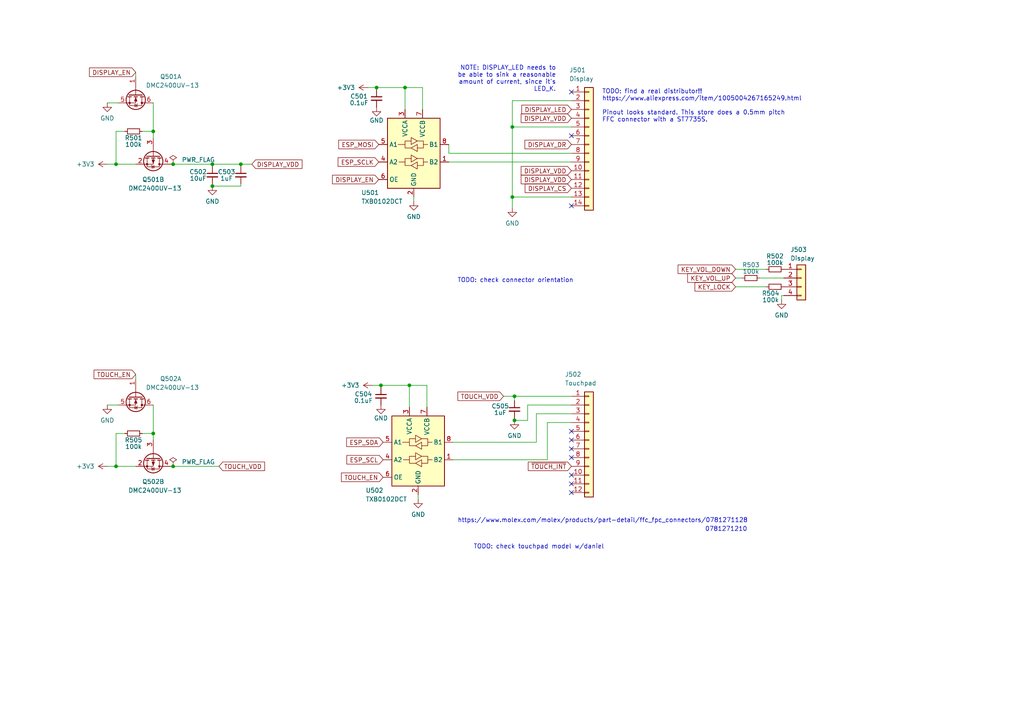
<source format=kicad_sch>
(kicad_sch (version 20211123) (generator eeschema)
  (paper "A4")
  (lib_symbols
    (symbol "Connector_Generic:Conn_01x04" (pin_names (offset 1.016) hide)
      (property "Reference" "J" (at 0 5.08 0))
      (property "Value" "Conn_01x04" (at 0 -7.62 0))
      (symbol "Conn_01x04_1_1"
        (rectangle (start -1.27 -4.953) (end 0 -5.207) (stroke (width 0.1524)))
        (rectangle (start -1.27 -2.413) (end 0 -2.667) (stroke (width 0.1524)))
        (rectangle (start -1.27 0.127) (end 0 -0.127) (stroke (width 0.1524)))
        (rectangle (start -1.27 2.667) (end 0 2.413) (stroke (width 0.1524)))
        (rectangle (start -1.27 3.81) (end 1.27 -6.35) (stroke (width 0.254)) (fill (type background)))
        (pin passive line (at -5.08 2.54 0) (length 3.81) (name "Pin_1") (number "1"))
        (pin passive line (at -5.08 0 0) (length 3.81) (name "Pin_2") (number "2"))
        (pin passive line (at -5.08 -2.54 0) (length 3.81) (name "Pin_3") (number "3"))
        (pin passive line (at -5.08 -5.08 0) (length 3.81) (name "Pin_4") (number "4"))
      )
    )
    (symbol "Connector_Generic:Conn_01x12" (pin_names (offset 1.016) hide)
      (property "Reference" "J" (at 0 15.24 0))
      (property "Value" "Conn_01x12" (at 0 -17.78 0))
      (symbol "Conn_01x12_1_1"
        (rectangle (start -1.27 -15.113) (end 0 -15.367) (stroke (width 0.1524)))
        (rectangle (start -1.27 -12.573) (end 0 -12.827) (stroke (width 0.1524)))
        (rectangle (start -1.27 -10.033) (end 0 -10.287) (stroke (width 0.1524)))
        (rectangle (start -1.27 -7.493) (end 0 -7.747) (stroke (width 0.1524)))
        (rectangle (start -1.27 -4.953) (end 0 -5.207) (stroke (width 0.1524)))
        (rectangle (start -1.27 -2.413) (end 0 -2.667) (stroke (width 0.1524)))
        (rectangle (start -1.27 0.127) (end 0 -0.127) (stroke (width 0.1524)))
        (rectangle (start -1.27 2.667) (end 0 2.413) (stroke (width 0.1524)))
        (rectangle (start -1.27 5.207) (end 0 4.953) (stroke (width 0.1524)))
        (rectangle (start -1.27 7.747) (end 0 7.493) (stroke (width 0.1524)))
        (rectangle (start -1.27 10.287) (end 0 10.033) (stroke (width 0.1524)))
        (rectangle (start -1.27 12.827) (end 0 12.573) (stroke (width 0.1524)))
        (rectangle (start -1.27 13.97) (end 1.27 -16.51) (stroke (width 0.254)) (fill (type background)))
        (pin passive line (at -5.08 12.7 0) (length 3.81) (name "Pin_1") (number "1"))
        (pin passive line (at -5.08 -10.16 0) (length 3.81) (name "Pin_10") (number "10"))
        (pin passive line (at -5.08 -12.7 0) (length 3.81) (name "Pin_11") (number "11"))
        (pin passive line (at -5.08 -15.24 0) (length 3.81) (name "Pin_12") (number "12"))
        (pin passive line (at -5.08 10.16 0) (length 3.81) (name "Pin_2") (number "2"))
        (pin passive line (at -5.08 7.62 0) (length 3.81) (name "Pin_3") (number "3"))
        (pin passive line (at -5.08 5.08 0) (length 3.81) (name "Pin_4") (number "4"))
        (pin passive line (at -5.08 2.54 0) (length 3.81) (name "Pin_5") (number "5"))
        (pin passive line (at -5.08 0 0) (length 3.81) (name "Pin_6") (number "6"))
        (pin passive line (at -5.08 -2.54 0) (length 3.81) (name "Pin_7") (number "7"))
        (pin passive line (at -5.08 -5.08 0) (length 3.81) (name "Pin_8") (number "8"))
        (pin passive line (at -5.08 -7.62 0) (length 3.81) (name "Pin_9") (number "9"))
      )
    )
    (symbol "Connector_Generic:Conn_01x14" (pin_names (offset 1.016) hide)
      (property "Reference" "J" (at 0 17.78 0))
      (property "Value" "Conn_01x14" (at 0 -20.32 0))
      (symbol "Conn_01x14_1_1"
        (rectangle (start -1.27 -17.653) (end 0 -17.907) (stroke (width 0.1524)))
        (rectangle (start -1.27 -15.113) (end 0 -15.367) (stroke (width 0.1524)))
        (rectangle (start -1.27 -12.573) (end 0 -12.827) (stroke (width 0.1524)))
        (rectangle (start -1.27 -10.033) (end 0 -10.287) (stroke (width 0.1524)))
        (rectangle (start -1.27 -7.493) (end 0 -7.747) (stroke (width 0.1524)))
        (rectangle (start -1.27 -4.953) (end 0 -5.207) (stroke (width 0.1524)))
        (rectangle (start -1.27 -2.413) (end 0 -2.667) (stroke (width 0.1524)))
        (rectangle (start -1.27 0.127) (end 0 -0.127) (stroke (width 0.1524)))
        (rectangle (start -1.27 2.667) (end 0 2.413) (stroke (width 0.1524)))
        (rectangle (start -1.27 5.207) (end 0 4.953) (stroke (width 0.1524)))
        (rectangle (start -1.27 7.747) (end 0 7.493) (stroke (width 0.1524)))
        (rectangle (start -1.27 10.287) (end 0 10.033) (stroke (width 0.1524)))
        (rectangle (start -1.27 12.827) (end 0 12.573) (stroke (width 0.1524)))
        (rectangle (start -1.27 15.367) (end 0 15.113) (stroke (width 0.1524)))
        (rectangle (start -1.27 16.51) (end 1.27 -19.05) (stroke (width 0.254)) (fill (type background)))
        (pin passive line (at -5.08 15.24 0) (length 3.81) (name "Pin_1") (number "1"))
        (pin passive line (at -5.08 -7.62 0) (length 3.81) (name "Pin_10") (number "10"))
        (pin passive line (at -5.08 -10.16 0) (length 3.81) (name "Pin_11") (number "11"))
        (pin passive line (at -5.08 -12.7 0) (length 3.81) (name "Pin_12") (number "12"))
        (pin passive line (at -5.08 -15.24 0) (length 3.81) (name "Pin_13") (number "13"))
        (pin passive line (at -5.08 -17.78 0) (length 3.81) (name "Pin_14") (number "14"))
        (pin passive line (at -5.08 12.7 0) (length 3.81) (name "Pin_2") (number "2"))
        (pin passive line (at -5.08 10.16 0) (length 3.81) (name "Pin_3") (number "3"))
        (pin passive line (at -5.08 7.62 0) (length 3.81) (name "Pin_4") (number "4"))
        (pin passive line (at -5.08 5.08 0) (length 3.81) (name "Pin_5") (number "5"))
        (pin passive line (at -5.08 2.54 0) (length 3.81) (name "Pin_6") (number "6"))
        (pin passive line (at -5.08 0 0) (length 3.81) (name "Pin_7") (number "7"))
        (pin passive line (at -5.08 -2.54 0) (length 3.81) (name "Pin_8") (number "8"))
        (pin passive line (at -5.08 -5.08 0) (length 3.81) (name "Pin_9") (number "9"))
      )
    )
    (symbol "Device:C_Small" (pin_numbers hide) (pin_names (offset 0.254) hide)
      (property "Reference" "C" (at 0.254 1.778 0))
      (property "Value" "C_Small" (at 0.254 -2.032 0))
      (symbol "C_Small_0_1"
        (polyline (pts (xy -1.524 -0.508) (xy 1.524 -0.508)) (stroke (width 0.3302)))
        (polyline (pts (xy -1.524 0.508) (xy 1.524 0.508)) (stroke (width 0.3048)))
      )
      (symbol "C_Small_1_1"
        (pin passive line (at 0 2.54 270) (length 2.032) (name "~") (number "1"))
        (pin passive line (at 0 -2.54 90) (length 2.032) (name "~") (number "2"))
      )
    )
    (symbol "Device:R_Small" (pin_numbers hide) (pin_names (offset 0.254) hide)
      (property "Reference" "R" (at 0.762 0.508 0))
      (property "Value" "R_Small" (at 0.762 -1.016 0))
      (symbol "R_Small_0_1"
        (rectangle (start -0.762 1.778) (end 0.762 -1.778) (stroke (width 0.2032)))
      )
      (symbol "R_Small_1_1"
        (pin passive line (at 0 2.54 270) (length 0.762) (name "~") (number "1"))
        (pin passive line (at 0 -2.54 90) (length 0.762) (name "~") (number "2"))
      )
    )
    (symbol "Logic_LevelTranslator:TXB0102DCT"
      (property "Reference" "U" (at -6.35 11.43 0))
      (property "Value" "TXB0102DCT" (at 3.81 11.43 0))
      (symbol "TXB0102DCT_0_1"
        (rectangle (start -7.62 10.16) (end 7.62 -10.16) (stroke (width 0.254)) (fill (type background)))
        (polyline (pts (xy -2.54 -2.54) (xy -2.54 -1.524) (xy -0.762 -1.524)))
        (polyline (pts (xy -2.54 2.54) (xy -2.54 3.556) (xy -0.762 3.556)))
        (polyline (pts (xy 2.794 -2.54) (xy 2.794 -3.556) (xy 1.016 -3.556)))
        (polyline (pts (xy 2.794 2.54) (xy 2.794 1.524) (xy 1.016 1.524)))
        (polyline (pts (xy -0.762 -3.556) (xy -2.54 -3.556) (xy -2.54 -2.54) (xy -4.318 -2.54)))
        (polyline (pts (xy -0.762 -2.54) (xy -0.762 -0.508) (xy 1.016 -1.524) (xy -0.762 -2.54)) (fill (type background)))
        (polyline (pts (xy -0.762 1.524) (xy -2.54 1.524) (xy -2.54 2.54) (xy -4.572 2.54)))
        (polyline (pts (xy -0.762 2.54) (xy -0.762 4.572) (xy 1.016 3.556) (xy -0.762 2.54)))
        (polyline (pts (xy 1.016 -2.54) (xy 1.016 -4.572) (xy -0.762 -3.556) (xy 1.016 -2.54)))
        (polyline (pts (xy 1.016 -1.524) (xy 2.794 -1.524) (xy 2.794 -2.54) (xy 4.064 -2.54)))
        (polyline (pts (xy 1.016 3.556) (xy 2.794 3.556) (xy 2.794 2.54) (xy 4.064 2.54)))
        (polyline (pts (xy 1.016 2.54) (xy 1.016 0.762) (xy 1.016 0.508) (xy -0.762 1.524) (xy 1.016 2.54)))
      )
      (symbol "TXB0102DCT_1_1"
        (pin bidirectional line (at 10.16 -2.54 180) (length 2.54) (name "B2") (number "1"))
        (pin power_in line (at 0 -12.7 90) (length 2.54) (name "GND") (number "2"))
        (pin power_in line (at -2.54 12.7 270) (length 2.54) (name "VCCA") (number "3"))
        (pin bidirectional line (at -10.16 -2.54 0) (length 2.54) (name "A2") (number "4"))
        (pin bidirectional line (at -10.16 2.54 0) (length 2.54) (name "A1") (number "5"))
        (pin input line (at -10.16 -7.62 0) (length 2.54) (name "OE") (number "6"))
        (pin power_in line (at 2.54 12.7 270) (length 2.54) (name "VCCB") (number "7"))
        (pin bidirectional line (at 10.16 2.54 180) (length 2.54) (name "B1") (number "8"))
      )
    )
    (symbol "Transistor_FET:DMC2053UVT" (pin_names hide)
      (property "Reference" "Q" (at 3.175 1.27 0))
      (property "Value" "DMC2053UVT" (at 3.175 -1.27 0))
      (symbol "DMC2053UVT_0_1"
        (circle (center -0.889 0) (radius 2.794) (stroke (width 0.254)))
        (circle (center 0 -1.778) (radius 0.254) (fill (type outline)))
        (polyline (pts (xy -2.286 0) (xy -5.08 0)))
        (polyline (pts (xy -2.286 1.905) (xy -2.286 -1.905)) (stroke (width 0.254)))
        (polyline (pts (xy -1.778 -1.27) (xy -1.778 -2.286)) (stroke (width 0.254)))
        (polyline (pts (xy -1.778 0.508) (xy -1.778 -0.508)) (stroke (width 0.254)))
        (polyline (pts (xy -1.778 2.286) (xy -1.778 1.27)) (stroke (width 0.254)))
        (polyline (pts (xy 0 2.54) (xy 0 1.778)))
        (polyline (pts (xy 0 -2.54) (xy 0 0) (xy -1.778 0)))
        (polyline (pts (xy -1.778 -1.778) (xy 0.762 -1.778) (xy 0.762 1.778) (xy -1.778 1.778)))
        (circle (center 0 1.778) (radius 0.254) (fill (type outline)))
      )
      (symbol "DMC2053UVT_1_1"
        (polyline (pts (xy -1.524 0) (xy -0.508 0.381) (xy -0.508 -0.381) (xy -1.524 0)) (fill (type outline)))
        (polyline (pts (xy 0.254 0.508) (xy 0.381 0.381) (xy 1.143 0.381) (xy 1.27 0.254)))
        (polyline (pts (xy 0.762 0.381) (xy 0.381 -0.254) (xy 1.143 -0.254) (xy 0.762 0.381)))
        (pin passive line (at -7.62 0 0) (length 2.54) (name "G") (number "1"))
        (pin passive line (at 0 -5.08 90) (length 2.54) (name "S") (number "5"))
        (pin passive line (at 0 5.08 270) (length 2.54) (name "D") (number "6"))
      )
      (symbol "DMC2053UVT_2_1"
        (polyline (pts (xy -0.254 0) (xy -1.27 0.381) (xy -1.27 -0.381) (xy -0.254 0)) (fill (type outline)))
        (polyline (pts (xy 0.254 -0.508) (xy 0.381 -0.381) (xy 1.143 -0.381) (xy 1.27 -0.254)))
        (polyline (pts (xy 0.762 -0.381) (xy 0.381 0.254) (xy 1.143 0.254) (xy 0.762 -0.381)))
        (pin passive line (at 0 -5.08 90) (length 2.54) (name "S") (number "2"))
        (pin passive line (at -7.62 0 0) (length 2.54) (name "G") (number "3"))
        (pin passive line (at 0 5.08 270) (length 2.54) (name "D") (number "4"))
      )
    )
    (symbol "power:+3V3" (power) (pin_names (offset 0))
      (property "Value" "+3V3" (at 0 3.556 0))
      (symbol "+3V3_0_1"
        (polyline (pts (xy -0.762 1.27) (xy 0 2.54)))
        (polyline (pts (xy 0 0) (xy 0 2.54)))
        (polyline (pts (xy 0 2.54) (xy 0.762 1.27)))
      )
      (symbol "+3V3_1_1"
        (pin power_in line (at 0 0 90) (length 0) hide (name "+3V3") (number "1"))
      )
    )
    (symbol "power:GND" (power) (pin_names (offset 0))
      (property "Value" "GND" (at 0 -3.81 0))
      (symbol "GND_0_1"
        (polyline (pts (xy 0 0) (xy 0 -1.27) (xy 1.27 -1.27) (xy 0 -2.54) (xy -1.27 -1.27) (xy 0 -1.27)))
      )
      (symbol "GND_1_1"
        (pin power_in line (at 0 0 270) (length 0) hide (name "GND") (number "1"))
      )
    )
    (symbol "power:PWR_FLAG" (power) (pin_numbers hide) (pin_names (offset 0) hide)
      (property "Value" "PWR_FLAG" (at 0 3.81 0))
      (symbol "PWR_FLAG_0_0"
        (pin power_out line (at 0 0 90) (length 0) (name "pwr") (number "1"))
      )
      (symbol "PWR_FLAG_0_1"
        (polyline (pts (xy 0 0) (xy 0 1.27) (xy -1.016 1.905) (xy 0 2.54) (xy 1.016 1.905) (xy 0 1.27)))
      )
    )
  )
  (junction (at 149.225 121.92))
  (junction (at 69.85 47.625))
  (junction (at 50.2099 135.255))
  (junction (at 148.59 57.15))
  (junction (at 118.745 111.76))
  (junction (at 61.595 53.975))
  (junction (at 117.475 25.4))
  (junction (at 109.22 25.4))
  (junction (at 50.2099 47.625))
  (junction (at 33.655 135.255))
  (junction (at 44.45 125.73))
  (junction (at 61.595 47.625))
  (junction (at 149.225 114.935))
  (junction (at 110.49 111.76))
  (junction (at 148.59 36.83))
  (junction (at 44.45 38.1))
  (junction (at 33.655 47.625))
  (no_connect (at 165.735 59.69))
  (no_connect (at 165.735 137.795))
  (no_connect (at 165.735 26.67))
  (no_connect (at 165.735 132.715))
  (no_connect (at 165.735 140.335))
  (no_connect (at 165.735 142.875))
  (no_connect (at 165.735 125.095))
  (no_connect (at 165.735 127.635))
  (no_connect (at 165.735 130.175))
  (no_connect (at 165.735 39.37))
  (wire (pts (xy 33.655 135.255) (xy 39.37 135.255)))
  (wire (pts (xy 121.285 144.78) (xy 121.285 143.51)))
  (wire (pts (xy 49.53 135.255) (xy 50.2099 135.255)))
  (wire (pts (xy 31.115 117.475) (xy 34.29 117.475)))
  (wire (pts (xy 149.225 116.205) (xy 149.225 114.935)))
  (wire (pts (xy 155.575 128.27) (xy 155.575 120.015)))
  (wire (pts (xy 148.59 36.83) (xy 165.735 36.83)))
  (wire (pts (xy 31.115 47.625) (xy 33.655 47.625)))
  (wire (pts (xy 213.36 83.185) (xy 222.25 83.185)))
  (wire (pts (xy 50.2099 135.255) (xy 63.5 135.255)))
  (wire (pts (xy 33.655 125.73) (xy 33.655 135.255)))
  (wire (pts (xy 213.36 80.645) (xy 215.265 80.645)))
  (wire (pts (xy 131.445 128.27) (xy 155.575 128.27)))
  (wire (pts (xy 109.22 25.4) (xy 109.22 26.035)))
  (wire (pts (xy 110.49 111.76) (xy 118.745 111.76)))
  (wire (pts (xy 117.475 25.4) (xy 122.555 25.4)))
  (wire (pts (xy 44.45 117.475) (xy 44.45 125.73)))
  (wire (pts (xy 153.035 117.475) (xy 153.035 121.92)))
  (wire (pts (xy 158.75 122.555) (xy 158.75 133.35)))
  (wire (pts (xy 49.53 47.625) (xy 50.2099 47.625)))
  (wire (pts (xy 148.59 57.15) (xy 165.735 57.15)))
  (wire (pts (xy 155.575 120.015) (xy 165.735 120.015)))
  (wire (pts (xy 165.735 29.21) (xy 148.59 29.21)))
  (wire (pts (xy 107.95 111.76) (xy 110.49 111.76)))
  (wire (pts (xy 110.49 111.76) (xy 110.49 112.395)))
  (wire (pts (xy 44.45 125.73) (xy 44.45 127.635)))
  (wire (pts (xy 120.015 58.42) (xy 120.015 57.15)))
  (wire (pts (xy 148.59 36.83) (xy 148.59 57.15)))
  (wire (pts (xy 106.68 25.4) (xy 109.22 25.4)))
  (wire (pts (xy 39.37 108.585) (xy 39.37 109.855)))
  (wire (pts (xy 227.33 85.725) (xy 226.695 85.725)))
  (wire (pts (xy 158.75 133.35) (xy 131.445 133.35)))
  (wire (pts (xy 69.85 47.625) (xy 73.025 47.625)))
  (wire (pts (xy 226.695 85.725) (xy 226.695 86.995)))
  (wire (pts (xy 149.225 121.92) (xy 149.225 121.285)))
  (wire (pts (xy 61.595 47.625) (xy 69.85 47.625)))
  (wire (pts (xy 165.735 122.555) (xy 158.75 122.555)))
  (wire (pts (xy 148.59 57.15) (xy 148.59 60.325)))
  (wire (pts (xy 165.735 117.475) (xy 153.035 117.475)))
  (wire (pts (xy 41.275 125.73) (xy 44.45 125.73)))
  (wire (pts (xy 118.745 111.76) (xy 123.825 111.76)))
  (wire (pts (xy 33.655 38.1) (xy 33.655 47.625)))
  (wire (pts (xy 39.37 20.955) (xy 39.37 22.225)))
  (wire (pts (xy 130.175 41.91) (xy 130.175 44.45)))
  (wire (pts (xy 146.05 114.935) (xy 149.225 114.935)))
  (wire (pts (xy 69.85 53.34) (xy 69.85 53.975)))
  (wire (pts (xy 61.595 53.975) (xy 61.595 53.34)))
  (wire (pts (xy 36.195 38.1) (xy 33.655 38.1)))
  (wire (pts (xy 44.45 29.845) (xy 44.45 38.1)))
  (wire (pts (xy 33.655 47.625) (xy 39.37 47.625)))
  (wire (pts (xy 31.115 135.255) (xy 33.655 135.255)))
  (wire (pts (xy 220.345 80.645) (xy 227.33 80.645)))
  (wire (pts (xy 118.745 111.76) (xy 118.745 118.11)))
  (wire (pts (xy 149.225 114.935) (xy 165.735 114.935)))
  (wire (pts (xy 36.195 125.73) (xy 33.655 125.73)))
  (wire (pts (xy 61.595 48.26) (xy 61.595 47.625)))
  (wire (pts (xy 122.555 25.4) (xy 122.555 31.75)))
  (wire (pts (xy 44.45 38.1) (xy 44.45 40.005)))
  (wire (pts (xy 153.035 121.92) (xy 149.225 121.92)))
  (wire (pts (xy 41.275 38.1) (xy 44.45 38.1)))
  (wire (pts (xy 69.85 53.975) (xy 61.595 53.975)))
  (wire (pts (xy 109.22 25.4) (xy 117.475 25.4)))
  (wire (pts (xy 148.59 29.21) (xy 148.59 36.83)))
  (wire (pts (xy 50.2099 47.625) (xy 61.595 47.625)))
  (wire (pts (xy 130.175 46.99) (xy 165.735 46.99)))
  (wire (pts (xy 31.115 29.845) (xy 34.29 29.845)))
  (wire (pts (xy 117.475 25.4) (xy 117.475 31.75)))
  (wire (pts (xy 130.175 44.45) (xy 165.735 44.45)))
  (wire (pts (xy 123.825 111.76) (xy 123.825 118.11)))
  (wire (pts (xy 69.85 47.625) (xy 69.85 48.26)))
  (wire (pts (xy 213.36 78.105) (xy 222.25 78.105)))
  (text "0781271210" (at 204.47 154.305 0) (effects (font (size 1.27 1.27)) (justify left bottom)))
  (text "TODO: check connector orientation" (at 166.355 82.136 180) (effects (font (size 1.27 1.27)) (justify right bottom)))
  (text "TODO: find a real distributor!!\nhttps://www.aliexpress.com/item/1005004267165249.html\n\nPinout looks standard. This store does a 0.5mm pitch\nFFC connector with a ST7735S." (at 174.625 35.56 0) (effects (font (size 1.27 1.27)) (justify left bottom)))
  (text "TODO: check touchpad model w/daniel" (at 175.26 159.385 180) (effects (font (size 1.27 1.27)) (justify right bottom)))
  (text "NOTE: DISPLAY_LED needs to\nbe able to sink a reasonable\namount of current, since it's\nLED_K." (at 161.29 26.67 0) (effects (font (size 1.27 1.27)) (justify right bottom)))
  (text "https://www.molex.com/molex/products/part-detail/ffc_fpc_connectors/0781271128" (at 132.715 151.765 0) (effects (font (size 1.27 1.27)) (justify left bottom)))
  (global_label "DISPLAY_EN" (shape input) (at 39.37 20.955 180) (property "Intersheet References" "${INTERSHEET_REFS}" (effects hide)))
  (global_label "DISPLAY_VDD" (shape input) (at 73.025 47.625 0) (property "Intersheet References" "${INTERSHEET_REFS}" (effects hide)))
  (global_label "TOUCH_EN" (shape input) (at 39.37 108.585 180) (property "Intersheet References" "${INTERSHEET_REFS}" (effects hide)))
  (global_label "KEY_LOCK" (shape input) (at 213.36 83.185 180) (property "Intersheet References" "${INTERSHEET_REFS}" (effects hide)))
  (global_label "KEY_VOL_UP" (shape input) (at 213.36 80.645 180) (property "Intersheet References" "${INTERSHEET_REFS}" (effects hide)))
  (global_label "DISPLAY_VDD" (shape input) (at 165.735 49.53 180) (property "Intersheet References" "${INTERSHEET_REFS}" (effects hide)))
  (global_label "ESP_MOSI" (shape input) (at 109.855 41.91 180) (property "Intersheet References" "${INTERSHEET_REFS}" (effects hide)))
  (global_label "TOUCH_VDD" (shape input) (at 63.5 135.255 0) (property "Intersheet References" "${INTERSHEET_REFS}" (effects hide)))
  (global_label "TOUCH_VDD" (shape input) (at 146.05 114.935 180) (property "Intersheet References" "${INTERSHEET_REFS}" (effects hide)))
  (global_label "KEY_VOL_DOWN" (shape input) (at 213.36 78.105 180) (property "Intersheet References" "${INTERSHEET_REFS}" (effects hide)))
  (global_label "ESP_SDA" (shape input) (at 111.125 128.27 180) (property "Intersheet References" "${INTERSHEET_REFS}" (effects hide)))
  (global_label "DISPLAY_LED" (shape input) (at 165.735 31.75 180) (property "Intersheet References" "${INTERSHEET_REFS}" (effects hide)))
  (global_label "ESP_SCLK" (shape input) (at 109.855 46.99 180) (property "Intersheet References" "${INTERSHEET_REFS}" (effects hide)))
  (global_label "DISPLAY_VDD" (shape input) (at 165.735 34.29 180) (property "Intersheet References" "${INTERSHEET_REFS}" (effects hide)))
  (global_label "DISPLAY_EN" (shape input) (at 109.855 52.07 180) (property "Intersheet References" "${INTERSHEET_REFS}" (effects hide)))
  (global_label "DISPLAY_CS" (shape input) (at 165.735 54.61 180) (property "Intersheet References" "${INTERSHEET_REFS}" (effects hide)))
  (global_label "ESP_SCL" (shape input) (at 111.125 133.35 180) (property "Intersheet References" "${INTERSHEET_REFS}" (effects hide)))
  (global_label "TOUCH_EN" (shape input) (at 111.125 138.43 180) (property "Intersheet References" "${INTERSHEET_REFS}" (effects hide)))
  (global_label "DISPLAY_DR" (shape input) (at 165.735 41.91 180) (property "Intersheet References" "${INTERSHEET_REFS}" (effects hide)))
  (global_label "DISPLAY_VDD" (shape input) (at 165.735 52.07 180) (property "Intersheet References" "${INTERSHEET_REFS}" (effects hide)))
  (global_label "~{TOUCH_INT}" (shape input) (at 165.735 135.255 180) (property "Intersheet References" "${INTERSHEET_REFS}" (effects hide)))
  (symbol (lib_id "Device:R_Small") (at 38.735 38.1 90) (unit 1)
    (property "Reference" "R501" (at 38.735 40.005 90))
    (property "Value" "100k" (at 38.735 41.91 90))
    (property "Footprint" "Resistor_SMD:R_0603_1608Metric" (effects hide))
    (property "PN" "RC0603JR-10100KL" (effects hide))
  )
  (symbol (lib_id "power:+3V3") (at 31.115 135.255 90) (unit 1)
    (property "Reference" "#PWR0513" (effects hide))
    (property "Value" "+3V3" (at 24.765 135.255 90))
  )
  (symbol (lib_id "Connector_Generic:Conn_01x12") (at 170.815 127.635 0) (unit 1)
    (property "Reference" "J502" (at 163.83 108.585 0) (effects (justify left)))
    (property "Value" "Touchpad" (at 163.83 111.125 0) (effects (justify left)))
    (property "Footprint" "footprints:molex-zif-12p" (effects hide))
    (property "PN" "0781271210" (effects hide))
  )
  (symbol (lib_id "power:GND") (at 226.695 86.995 0) (unit 1)
    (property "Reference" "#PWR0508" (effects hide))
    (property "Value" "GND" (at 226.695 91.44 0))
  )
  (symbol (lib_id "Transistor_FET:DMC2053UVT") (at 39.37 29.845 270) (unit 1)
    (property "Reference" "Q501" (at 49.53 22.225 90))
    (property "Value" " DMC2400UV-13" (at 49.53 24.765 90))
    (property "Footprint" "Package_TO_SOT_SMD:SOT-563" (effects hide))
    (property "PN" "DMC2400UV-13" (effects hide))
  )
  (symbol (lib_id "Connector_Generic:Conn_01x14") (at 170.815 41.91 0) (unit 1)
    (property "Reference" "J501" (at 165.1 20.32 0) (effects (justify left)))
    (property "Value" "Display" (at 165.1 22.86 0) (effects (justify left)))
    (property "Footprint" "footprints:molex-zif-14p" (effects hide))
    (property "PN" "0781271410" (effects hide))
  )
  (symbol (lib_id "power:GND") (at 149.225 121.92 0) (unit 1)
    (property "Reference" "#PWR0512" (effects hide))
    (property "Value" "GND" (at 149.225 126.365 0))
  )
  (symbol (lib_id "Logic_LevelTranslator:TXB0102DCT") (at 121.285 130.81 0) (unit 1)
    (property "Reference" "U502" (at 106.045 142.24 0) (effects (justify left)))
    (property "Value" "TXB0102DCT" (at 106.045 144.78 0) (effects (justify left)))
    (property "Footprint" "Package_SO:VSSOP-8_3.0x3.0mm_P0.65mm" (effects hide))
    (property "Datasheet" "http://www.ti.com/lit/ds/symlink/txb0102.pdf" (effects hide))
    (property "PN" "TXB0102DCUT" (effects hide))
  )
  (symbol (lib_id "power:GND") (at 121.285 144.78 0) (unit 1)
    (property "Reference" "#PWR0514" (effects hide))
    (property "Value" "GND" (at 121.285 149.225 0))
  )
  (symbol (lib_id "power:GND") (at 109.22 31.115 0) (unit 1)
    (property "Reference" "#PWR0503" (effects hide))
    (property "Value" "GND" (at 109.22 34.925 0))
  )
  (symbol (lib_id "power:GND") (at 61.595 53.975 0) (unit 1)
    (property "Reference" "#PWR0505" (effects hide))
    (property "Value" "GND" (at 61.595 58.42 0))
  )
  (symbol (lib_id "Device:C_Small") (at 110.49 114.935 0) (unit 1)
    (property "Reference" "C504" (at 105.41 114.3 0))
    (property "Value" "0.1uF" (at 105.41 116.205 0))
    (property "Footprint" "Capacitor_SMD:C_0805_2012Metric" (effects hide))
    (property "PN" "0805YD104KAT2A" (effects hide))
  )
  (symbol (lib_id "Device:C_Small") (at 109.22 28.575 0) (unit 1)
    (property "Reference" "C501" (at 104.14 27.94 0))
    (property "Value" "0.1uF" (at 104.14 29.845 0))
    (property "Footprint" "Capacitor_SMD:C_0805_2012Metric" (effects hide))
    (property "PN" "0805YD104KAT2A" (effects hide))
  )
  (symbol (lib_id "Transistor_FET:DMC2053UVT") (at 39.37 117.475 270) (unit 1)
    (property "Reference" "Q502" (at 49.53 109.855 90))
    (property "Value" " DMC2400UV-13" (at 49.53 112.395 90))
    (property "Footprint" "Package_TO_SOT_SMD:SOT-563" (effects hide))
    (property "PN" "DMC2400UV-13" (effects hide))
  )
  (symbol (lib_id "power:GND") (at 110.49 117.475 0) (unit 1)
    (property "Reference" "#PWR0511" (effects hide))
    (property "Value" "GND" (at 110.49 121.285 0))
  )
  (symbol (lib_id "power:GND") (at 120.015 58.42 0) (unit 1)
    (property "Reference" "#PWR0506" (effects hide))
    (property "Value" "GND" (at 120.015 62.865 0))
  )
  (symbol (lib_id "Transistor_FET:DMC2053UVT") (at 44.45 135.255 270) (unit 2)
    (property "Reference" "Q502" (at 44.45 139.7 90))
    (property "Value" " DMC2400UV-13" (at 44.45 142.24 90))
    (property "Footprint" "Package_TO_SOT_SMD:SOT-563" (effects hide))
    (property "PN" "DMC2400UV-13" (effects hide))
  )
  (symbol (lib_id "power:+3V3") (at 106.68 25.4 90) (unit 1)
    (property "Reference" "#PWR0501" (effects hide))
    (property "Value" "+3V3" (at 100.33 25.4 90))
  )
  (symbol (lib_id "Device:C_Small") (at 149.225 118.745 0) (unit 1)
    (property "Reference" "C505" (at 145.0975 117.7925 0))
    (property "Value" "1uF" (at 145.0975 119.6975 0))
    (property "Footprint" "Capacitor_SMD:C_0805_2012Metric" (effects hide))
    (property "PN" "EMK212BJ105KG-T" (effects hide))
  )
  (symbol (lib_id "Device:C_Small") (at 69.85 50.8 0) (unit 1)
    (property "Reference" "C503" (at 65.7225 49.8475 0))
    (property "Value" "1uF" (at 65.7225 51.7525 0))
    (property "Footprint" "Capacitor_SMD:C_0805_2012Metric" (effects hide))
    (property "PN" "EMK212BJ105KG-T" (effects hide))
  )
  (symbol (lib_id "Connector_Generic:Conn_01x04") (at 232.41 80.645 0) (unit 1)
    (property "Reference" "J503" (at 229.235 72.39 0) (effects (justify left)))
    (property "Value" "Display" (at 229.235 74.93 0) (effects (justify left)))
    (property "Footprint" "footprints:MOLEX_0528080470" (effects hide))
    (property "PN" "0528080470" (effects hide))
  )
  (symbol (lib_id "power:GND") (at 148.59 60.325 0) (unit 1)
    (property "Reference" "#PWR0507" (effects hide))
    (property "Value" "GND" (at 148.59 64.77 0))
  )
  (symbol (lib_id "power:+3V3") (at 107.95 111.76 90) (unit 1)
    (property "Reference" "#PWR0509" (effects hide))
    (property "Value" "+3V3" (at 101.6 111.76 90))
  )
  (symbol (lib_id "Logic_LevelTranslator:TXB0102DCT") (at 120.015 44.45 0) (unit 1)
    (property "Reference" "U501" (at 104.775 55.88 0) (effects (justify left)))
    (property "Value" "TXB0102DCT" (at 104.775 58.42 0) (effects (justify left)))
    (property "Footprint" "Package_SO:VSSOP-8_3.0x3.0mm_P0.65mm" (effects hide))
    (property "Datasheet" "http://www.ti.com/lit/ds/symlink/txb0102.pdf" (effects hide))
    (property "PN" "TXB0102DCUT" (effects hide))
  )
  (symbol (lib_id "Device:R_Small") (at 224.79 83.185 90) (unit 1)
    (property "Reference" "R502" (at 224.79 74.295 90))
    (property "Value" "100k" (at 224.79 76.2 90))
    (property "Footprint" "Resistor_SMD:R_0603_1608Metric" (effects hide))
    (property "PN" "RC0603JR-10100KL" (effects hide))
  )
  (symbol (lib_id "power:PWR_FLAG") (at 50.2099 47.625 0) (unit 1)
    (property "Reference" "#FLG0501" (effects hide))
    (property "Value" "PWR_FLAG" (at 52.705 46.3549 0) (effects (justify left)))
  )
  (symbol (lib_id "Device:R_Small") (at 224.79 78.105 90) (unit 1)
    (property "Reference" "R504" (at 223.52 85.09 90))
    (property "Value" "100k" (at 223.52 86.995 90))
    (property "Footprint" "Resistor_SMD:R_0603_1608Metric" (effects hide))
    (property "PN" "RC0603JR-10100KL" (effects hide))
  )
  (symbol (lib_id "Device:R_Small") (at 38.735 125.73 90) (unit 1)
    (property "Reference" "R505" (at 38.735 127.635 90))
    (property "Value" "100k" (at 38.735 129.54 90))
    (property "Footprint" "Resistor_SMD:R_0603_1608Metric" (effects hide))
    (property "PN" "RC0603JR-10100KL" (effects hide))
  )
  (symbol (lib_id "power:PWR_FLAG") (at 50.2099 135.255 0) (unit 1)
    (property "Reference" "#FLG0502" (effects hide))
    (property "Value" "PWR_FLAG" (at 52.705 133.9849 0) (effects (justify left)))
  )
  (symbol (lib_id "Device:C_Small") (at 61.595 50.8 0) (unit 1)
    (property "Reference" "C502" (at 57.4675 49.8475 0))
    (property "Value" "10uF" (at 57.4675 51.7525 0))
    (property "Footprint" "Capacitor_SMD:C_0805_2012Metric" (effects hide))
    (property "PN" "EMK212ABJ106KG-T" (effects hide))
  )
  (symbol (lib_id "power:+3V3") (at 31.115 47.625 90) (unit 1)
    (property "Reference" "#PWR0504" (effects hide))
    (property "Value" "+3V3" (at 24.765 47.625 90))
  )
  (symbol (lib_id "Transistor_FET:DMC2053UVT") (at 44.45 47.625 270) (unit 2)
    (property "Reference" "Q501" (at 44.45 52.07 90))
    (property "Value" " DMC2400UV-13" (at 44.45 54.61 90))
    (property "Footprint" "Package_TO_SOT_SMD:SOT-563" (effects hide))
    (property "PN" "DMC2400UV-13" (effects hide))
  )
  (symbol (lib_id "Device:R_Small") (at 217.805 80.645 90) (unit 1)
    (property "Reference" "R503" (at 217.805 76.835 90))
    (property "Value" "100k" (at 217.805 78.74 90))
    (property "Footprint" "Resistor_SMD:R_0603_1608Metric" (effects hide))
    (property "PN" "RC0603JR-10100KL" (effects hide))
  )
  (symbol (lib_id "power:GND") (at 31.115 29.845 0) (unit 1)
    (property "Reference" "#PWR0502" (effects hide))
    (property "Value" "GND" (at 31.115 34.29 0))
  )
  (symbol (lib_id "power:GND") (at 31.115 117.475 0) (unit 1)
    (property "Reference" "#PWR0510" (effects hide))
    (property "Value" "GND" (at 31.115 121.92 0))
  )
)
</source>
